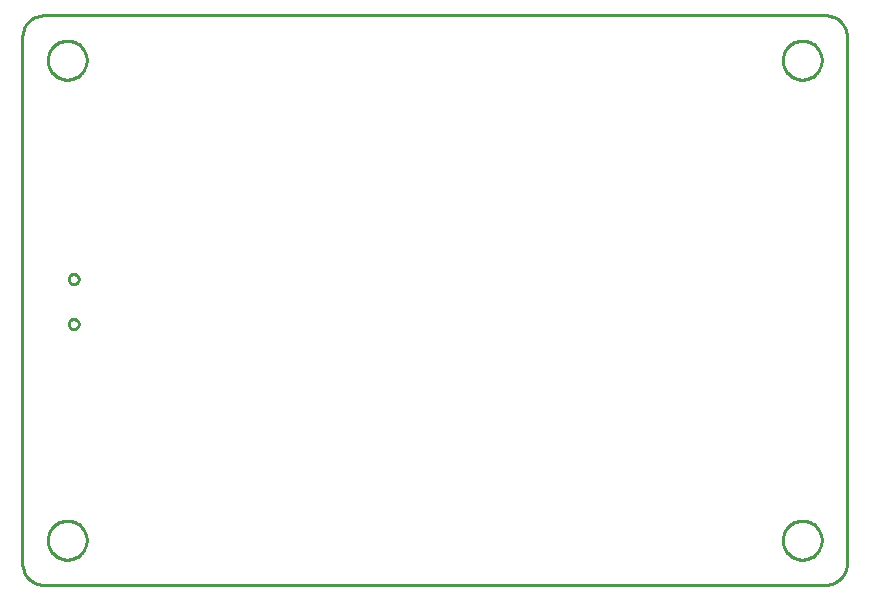
<source format=gbr>
G04 EAGLE Gerber RS-274X export*
G75*
%MOMM*%
%FSLAX34Y34*%
%LPD*%
%IN*%
%IPPOS*%
%AMOC8*
5,1,8,0,0,1.08239X$1,22.5*%
G01*
%ADD10C,0.254000*%


D10*
X0Y19050D02*
X73Y17390D01*
X289Y15742D01*
X649Y14120D01*
X1149Y12535D01*
X1785Y10999D01*
X2552Y9525D01*
X3445Y8123D01*
X4457Y6805D01*
X5580Y5580D01*
X6805Y4457D01*
X8123Y3445D01*
X9525Y2552D01*
X10999Y1785D01*
X12535Y1149D01*
X14120Y649D01*
X15742Y289D01*
X17390Y73D01*
X19050Y0D01*
X679258Y0D01*
X680918Y73D01*
X682566Y289D01*
X684188Y649D01*
X685773Y1149D01*
X687309Y1785D01*
X688783Y2552D01*
X690185Y3445D01*
X691503Y4457D01*
X692728Y5580D01*
X693851Y6805D01*
X694863Y8123D01*
X695756Y9525D01*
X696523Y10999D01*
X697159Y12535D01*
X697659Y14120D01*
X698019Y15742D01*
X698235Y17390D01*
X698308Y19050D01*
X698308Y19078D01*
X698492Y463522D01*
X698421Y465183D01*
X698206Y466832D01*
X697847Y468456D01*
X697349Y470042D01*
X696714Y471579D01*
X695947Y473055D01*
X695055Y474458D01*
X694044Y475778D01*
X692922Y477005D01*
X691697Y478129D01*
X690379Y479143D01*
X688978Y480038D01*
X687503Y480807D01*
X685968Y481444D01*
X684382Y481946D01*
X682759Y482307D01*
X681111Y482526D01*
X679450Y482600D01*
X679442Y482600D01*
X19050Y482600D01*
X17390Y482528D01*
X15742Y482311D01*
X14120Y481951D01*
X12535Y481451D01*
X10999Y480815D01*
X9525Y480048D01*
X8123Y479155D01*
X6805Y478143D01*
X5580Y477020D01*
X4457Y475795D01*
X3445Y474477D01*
X2552Y473075D01*
X1785Y471601D01*
X1149Y470065D01*
X649Y468481D01*
X289Y466858D01*
X73Y465210D01*
X0Y463550D01*
X0Y19050D01*
X54600Y443960D02*
X54529Y442882D01*
X54388Y441811D01*
X54178Y440751D01*
X53898Y439708D01*
X53551Y438685D01*
X53137Y437687D01*
X52660Y436718D01*
X52119Y435782D01*
X51519Y434884D01*
X50862Y434027D01*
X50149Y433215D01*
X49385Y432451D01*
X48573Y431739D01*
X47716Y431081D01*
X46818Y430481D01*
X45882Y429941D01*
X44913Y429463D01*
X43915Y429049D01*
X42892Y428702D01*
X41849Y428422D01*
X40789Y428212D01*
X39718Y428071D01*
X38640Y428000D01*
X37560Y428000D01*
X36482Y428071D01*
X35411Y428212D01*
X34351Y428422D01*
X33308Y428702D01*
X32285Y429049D01*
X31287Y429463D01*
X30318Y429941D01*
X29382Y430481D01*
X28484Y431081D01*
X27627Y431739D01*
X26815Y432451D01*
X26051Y433215D01*
X25339Y434027D01*
X24681Y434884D01*
X24081Y435782D01*
X23541Y436718D01*
X23063Y437687D01*
X22649Y438685D01*
X22302Y439708D01*
X22022Y440751D01*
X21812Y441811D01*
X21671Y442882D01*
X21600Y443960D01*
X21600Y445040D01*
X21671Y446118D01*
X21812Y447189D01*
X22022Y448249D01*
X22302Y449292D01*
X22649Y450315D01*
X23063Y451313D01*
X23541Y452282D01*
X24081Y453218D01*
X24681Y454116D01*
X25339Y454973D01*
X26051Y455785D01*
X26815Y456549D01*
X27627Y457262D01*
X28484Y457919D01*
X29382Y458519D01*
X30318Y459060D01*
X31287Y459537D01*
X32285Y459951D01*
X33308Y460298D01*
X34351Y460578D01*
X35411Y460788D01*
X36482Y460929D01*
X37560Y461000D01*
X38640Y461000D01*
X39718Y460929D01*
X40789Y460788D01*
X41849Y460578D01*
X42892Y460298D01*
X43915Y459951D01*
X44913Y459537D01*
X45882Y459060D01*
X46818Y458519D01*
X47716Y457919D01*
X48573Y457262D01*
X49385Y456549D01*
X50149Y455785D01*
X50862Y454973D01*
X51519Y454116D01*
X52119Y453218D01*
X52660Y452282D01*
X53137Y451313D01*
X53551Y450315D01*
X53898Y449292D01*
X54178Y448249D01*
X54388Y447189D01*
X54529Y446118D01*
X54600Y445040D01*
X54600Y443960D01*
X54600Y37560D02*
X54529Y36482D01*
X54388Y35411D01*
X54178Y34351D01*
X53898Y33308D01*
X53551Y32285D01*
X53137Y31287D01*
X52660Y30318D01*
X52119Y29382D01*
X51519Y28484D01*
X50862Y27627D01*
X50149Y26815D01*
X49385Y26051D01*
X48573Y25339D01*
X47716Y24681D01*
X46818Y24081D01*
X45882Y23541D01*
X44913Y23063D01*
X43915Y22649D01*
X42892Y22302D01*
X41849Y22022D01*
X40789Y21812D01*
X39718Y21671D01*
X38640Y21600D01*
X37560Y21600D01*
X36482Y21671D01*
X35411Y21812D01*
X34351Y22022D01*
X33308Y22302D01*
X32285Y22649D01*
X31287Y23063D01*
X30318Y23541D01*
X29382Y24081D01*
X28484Y24681D01*
X27627Y25339D01*
X26815Y26051D01*
X26051Y26815D01*
X25339Y27627D01*
X24681Y28484D01*
X24081Y29382D01*
X23541Y30318D01*
X23063Y31287D01*
X22649Y32285D01*
X22302Y33308D01*
X22022Y34351D01*
X21812Y35411D01*
X21671Y36482D01*
X21600Y37560D01*
X21600Y38640D01*
X21671Y39718D01*
X21812Y40789D01*
X22022Y41849D01*
X22302Y42892D01*
X22649Y43915D01*
X23063Y44913D01*
X23541Y45882D01*
X24081Y46818D01*
X24681Y47716D01*
X25339Y48573D01*
X26051Y49385D01*
X26815Y50149D01*
X27627Y50862D01*
X28484Y51519D01*
X29382Y52119D01*
X30318Y52660D01*
X31287Y53137D01*
X32285Y53551D01*
X33308Y53898D01*
X34351Y54178D01*
X35411Y54388D01*
X36482Y54529D01*
X37560Y54600D01*
X38640Y54600D01*
X39718Y54529D01*
X40789Y54388D01*
X41849Y54178D01*
X42892Y53898D01*
X43915Y53551D01*
X44913Y53137D01*
X45882Y52660D01*
X46818Y52119D01*
X47716Y51519D01*
X48573Y50862D01*
X49385Y50149D01*
X50149Y49385D01*
X50862Y48573D01*
X51519Y47716D01*
X52119Y46818D01*
X52660Y45882D01*
X53137Y44913D01*
X53551Y43915D01*
X53898Y42892D01*
X54178Y41849D01*
X54388Y40789D01*
X54529Y39718D01*
X54600Y38640D01*
X54600Y37560D01*
X676900Y37560D02*
X676829Y36482D01*
X676688Y35411D01*
X676478Y34351D01*
X676198Y33308D01*
X675851Y32285D01*
X675437Y31287D01*
X674960Y30318D01*
X674419Y29382D01*
X673819Y28484D01*
X673162Y27627D01*
X672449Y26815D01*
X671685Y26051D01*
X670873Y25339D01*
X670016Y24681D01*
X669118Y24081D01*
X668182Y23541D01*
X667213Y23063D01*
X666215Y22649D01*
X665192Y22302D01*
X664149Y22022D01*
X663089Y21812D01*
X662018Y21671D01*
X660940Y21600D01*
X659860Y21600D01*
X658782Y21671D01*
X657711Y21812D01*
X656651Y22022D01*
X655608Y22302D01*
X654585Y22649D01*
X653587Y23063D01*
X652618Y23541D01*
X651682Y24081D01*
X650784Y24681D01*
X649927Y25339D01*
X649115Y26051D01*
X648351Y26815D01*
X647639Y27627D01*
X646981Y28484D01*
X646381Y29382D01*
X645841Y30318D01*
X645363Y31287D01*
X644949Y32285D01*
X644602Y33308D01*
X644322Y34351D01*
X644112Y35411D01*
X643971Y36482D01*
X643900Y37560D01*
X643900Y38640D01*
X643971Y39718D01*
X644112Y40789D01*
X644322Y41849D01*
X644602Y42892D01*
X644949Y43915D01*
X645363Y44913D01*
X645841Y45882D01*
X646381Y46818D01*
X646981Y47716D01*
X647639Y48573D01*
X648351Y49385D01*
X649115Y50149D01*
X649927Y50862D01*
X650784Y51519D01*
X651682Y52119D01*
X652618Y52660D01*
X653587Y53137D01*
X654585Y53551D01*
X655608Y53898D01*
X656651Y54178D01*
X657711Y54388D01*
X658782Y54529D01*
X659860Y54600D01*
X660940Y54600D01*
X662018Y54529D01*
X663089Y54388D01*
X664149Y54178D01*
X665192Y53898D01*
X666215Y53551D01*
X667213Y53137D01*
X668182Y52660D01*
X669118Y52119D01*
X670016Y51519D01*
X670873Y50862D01*
X671685Y50149D01*
X672449Y49385D01*
X673162Y48573D01*
X673819Y47716D01*
X674419Y46818D01*
X674960Y45882D01*
X675437Y44913D01*
X675851Y43915D01*
X676198Y42892D01*
X676478Y41849D01*
X676688Y40789D01*
X676829Y39718D01*
X676900Y38640D01*
X676900Y37560D01*
X676900Y443960D02*
X676829Y442882D01*
X676688Y441811D01*
X676478Y440751D01*
X676198Y439708D01*
X675851Y438685D01*
X675437Y437687D01*
X674960Y436718D01*
X674419Y435782D01*
X673819Y434884D01*
X673162Y434027D01*
X672449Y433215D01*
X671685Y432451D01*
X670873Y431739D01*
X670016Y431081D01*
X669118Y430481D01*
X668182Y429941D01*
X667213Y429463D01*
X666215Y429049D01*
X665192Y428702D01*
X664149Y428422D01*
X663089Y428212D01*
X662018Y428071D01*
X660940Y428000D01*
X659860Y428000D01*
X658782Y428071D01*
X657711Y428212D01*
X656651Y428422D01*
X655608Y428702D01*
X654585Y429049D01*
X653587Y429463D01*
X652618Y429941D01*
X651682Y430481D01*
X650784Y431081D01*
X649927Y431739D01*
X649115Y432451D01*
X648351Y433215D01*
X647639Y434027D01*
X646981Y434884D01*
X646381Y435782D01*
X645841Y436718D01*
X645363Y437687D01*
X644949Y438685D01*
X644602Y439708D01*
X644322Y440751D01*
X644112Y441811D01*
X643971Y442882D01*
X643900Y443960D01*
X643900Y445040D01*
X643971Y446118D01*
X644112Y447189D01*
X644322Y448249D01*
X644602Y449292D01*
X644949Y450315D01*
X645363Y451313D01*
X645841Y452282D01*
X646381Y453218D01*
X646981Y454116D01*
X647639Y454973D01*
X648351Y455785D01*
X649115Y456549D01*
X649927Y457262D01*
X650784Y457919D01*
X651682Y458519D01*
X652618Y459060D01*
X653587Y459537D01*
X654585Y459951D01*
X655608Y460298D01*
X656651Y460578D01*
X657711Y460788D01*
X658782Y460929D01*
X659860Y461000D01*
X660940Y461000D01*
X662018Y460929D01*
X663089Y460788D01*
X664149Y460578D01*
X665192Y460298D01*
X666215Y459951D01*
X667213Y459537D01*
X668182Y459060D01*
X669118Y458519D01*
X670016Y457919D01*
X670873Y457262D01*
X671685Y456549D01*
X672449Y455785D01*
X673162Y454973D01*
X673819Y454116D01*
X674419Y453218D01*
X674960Y452282D01*
X675437Y451313D01*
X675851Y450315D01*
X676198Y449292D01*
X676478Y448249D01*
X676688Y447189D01*
X676829Y446118D01*
X676900Y445040D01*
X676900Y443960D01*
X47840Y258751D02*
X47767Y258199D01*
X47623Y257661D01*
X47410Y257146D01*
X47131Y256664D01*
X46792Y256222D01*
X46398Y255828D01*
X45956Y255489D01*
X45474Y255210D01*
X44959Y254997D01*
X44421Y254853D01*
X43869Y254780D01*
X43311Y254780D01*
X42759Y254853D01*
X42221Y254997D01*
X41706Y255210D01*
X41224Y255489D01*
X40782Y255828D01*
X40388Y256222D01*
X40049Y256664D01*
X39770Y257146D01*
X39557Y257661D01*
X39413Y258199D01*
X39340Y258751D01*
X39340Y259309D01*
X39413Y259861D01*
X39557Y260399D01*
X39770Y260914D01*
X40049Y261396D01*
X40388Y261838D01*
X40782Y262232D01*
X41224Y262571D01*
X41706Y262850D01*
X42221Y263063D01*
X42759Y263207D01*
X43311Y263280D01*
X43869Y263280D01*
X44421Y263207D01*
X44959Y263063D01*
X45474Y262850D01*
X45956Y262571D01*
X46398Y262232D01*
X46792Y261838D01*
X47131Y261396D01*
X47410Y260914D01*
X47623Y260399D01*
X47767Y259861D01*
X47840Y259309D01*
X47840Y258751D01*
X47840Y220751D02*
X47767Y220199D01*
X47623Y219661D01*
X47410Y219146D01*
X47131Y218664D01*
X46792Y218222D01*
X46398Y217828D01*
X45956Y217489D01*
X45474Y217210D01*
X44959Y216997D01*
X44421Y216853D01*
X43869Y216780D01*
X43311Y216780D01*
X42759Y216853D01*
X42221Y216997D01*
X41706Y217210D01*
X41224Y217489D01*
X40782Y217828D01*
X40388Y218222D01*
X40049Y218664D01*
X39770Y219146D01*
X39557Y219661D01*
X39413Y220199D01*
X39340Y220751D01*
X39340Y221309D01*
X39413Y221861D01*
X39557Y222399D01*
X39770Y222914D01*
X40049Y223396D01*
X40388Y223838D01*
X40782Y224232D01*
X41224Y224571D01*
X41706Y224850D01*
X42221Y225063D01*
X42759Y225207D01*
X43311Y225280D01*
X43869Y225280D01*
X44421Y225207D01*
X44959Y225063D01*
X45474Y224850D01*
X45956Y224571D01*
X46398Y224232D01*
X46792Y223838D01*
X47131Y223396D01*
X47410Y222914D01*
X47623Y222399D01*
X47767Y221861D01*
X47840Y221309D01*
X47840Y220751D01*
M02*

</source>
